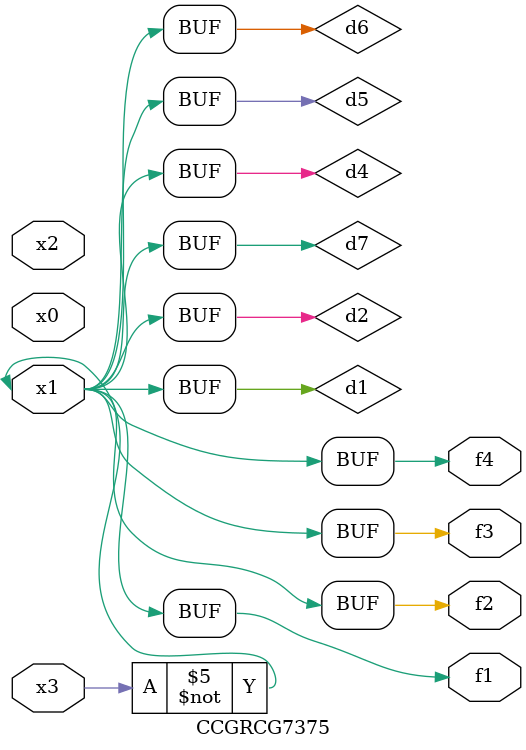
<source format=v>
module CCGRCG7375(
	input x0, x1, x2, x3,
	output f1, f2, f3, f4
);

	wire d1, d2, d3, d4, d5, d6, d7;

	not (d1, x3);
	buf (d2, x1);
	xnor (d3, d1, d2);
	nor (d4, d1);
	buf (d5, d1, d2);
	buf (d6, d4, d5);
	nand (d7, d4);
	assign f1 = d6;
	assign f2 = d7;
	assign f3 = d6;
	assign f4 = d6;
endmodule

</source>
